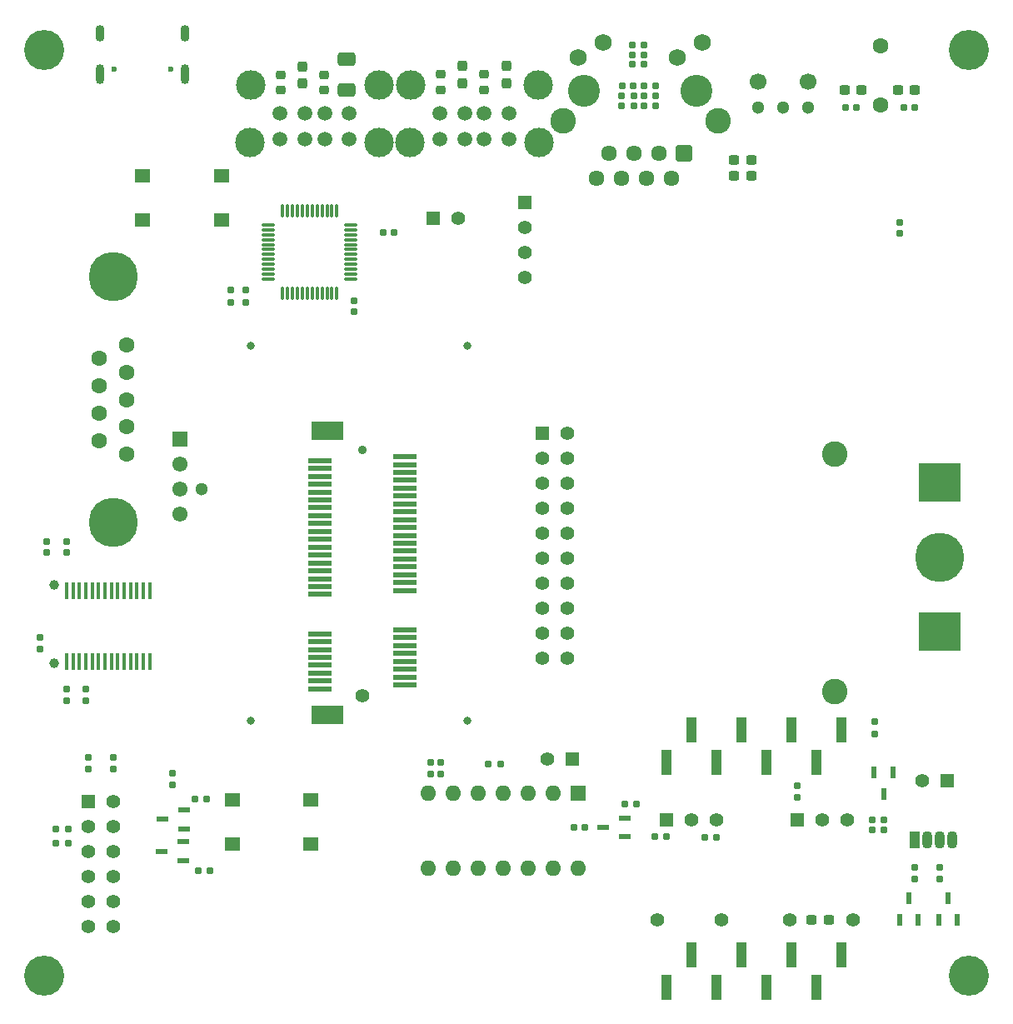
<source format=gbs>
G04 #@! TF.GenerationSoftware,KiCad,Pcbnew,8.0.2-1*
G04 #@! TF.CreationDate,2024-06-26T09:27:31-04:00*
G04 #@! TF.ProjectId,MiniCamel,4d696e69-4361-46d6-956c-2e6b69636164,2.1*
G04 #@! TF.SameCoordinates,PX16e3600PY6052340*
G04 #@! TF.FileFunction,Soldermask,Bot*
G04 #@! TF.FilePolarity,Negative*
%FSLAX46Y46*%
G04 Gerber Fmt 4.6, Leading zero omitted, Abs format (unit mm)*
G04 Created by KiCad (PCBNEW 8.0.2-1) date 2024-06-26 09:27:31*
%MOMM*%
%LPD*%
G01*
G04 APERTURE LIST*
G04 Aperture macros list*
%AMRoundRect*
0 Rectangle with rounded corners*
0 $1 Rounding radius*
0 $2 $3 $4 $5 $6 $7 $8 $9 X,Y pos of 4 corners*
0 Add a 4 corners polygon primitive as box body*
4,1,4,$2,$3,$4,$5,$6,$7,$8,$9,$2,$3,0*
0 Add four circle primitives for the rounded corners*
1,1,$1+$1,$2,$3*
1,1,$1+$1,$4,$5*
1,1,$1+$1,$6,$7*
1,1,$1+$1,$8,$9*
0 Add four rect primitives between the rounded corners*
20,1,$1+$1,$2,$3,$4,$5,0*
20,1,$1+$1,$4,$5,$6,$7,0*
20,1,$1+$1,$6,$7,$8,$9,0*
20,1,$1+$1,$8,$9,$2,$3,0*%
G04 Aperture macros list end*
%ADD10C,1.500000*%
%ADD11C,3.000000*%
%ADD12R,1.397000X1.397000*%
%ADD13C,1.397000*%
%ADD14C,4.064000*%
%ADD15C,3.250000*%
%ADD16RoundRect,0.102000X-0.704000X-0.704000X0.704000X-0.704000X0.704000X0.704000X-0.704000X0.704000X0*%
%ADD17C,1.612000*%
%ADD18C,1.734000*%
%ADD19C,2.604000*%
%ADD20C,1.600000*%
%ADD21C,5.000000*%
%ADD22R,1.070000X1.800000*%
%ADD23O,1.070000X1.800000*%
%ADD24C,0.600000*%
%ADD25O,0.900000X2.000000*%
%ADD26O,0.900000X1.700000*%
%ADD27C,1.300000*%
%ADD28C,1.700000*%
%ADD29R,1.600000X1.600000*%
%ADD30O,1.600000X1.600000*%
%ADD31R,1.530000X1.530000*%
%ADD32C,1.550000*%
%ADD33C,0.800000*%
%ADD34C,1.000000*%
%ADD35RoundRect,0.218750X-0.256250X0.218750X-0.256250X-0.218750X0.256250X-0.218750X0.256250X0.218750X0*%
%ADD36RoundRect,0.160000X-0.160000X0.197500X-0.160000X-0.197500X0.160000X-0.197500X0.160000X0.197500X0*%
%ADD37RoundRect,0.160000X0.197500X0.160000X-0.197500X0.160000X-0.197500X-0.160000X0.197500X-0.160000X0*%
%ADD38RoundRect,0.155000X-0.212500X-0.155000X0.212500X-0.155000X0.212500X0.155000X-0.212500X0.155000X0*%
%ADD39RoundRect,0.160000X0.160000X-0.197500X0.160000X0.197500X-0.160000X0.197500X-0.160000X-0.197500X0*%
%ADD40RoundRect,0.237500X0.300000X0.237500X-0.300000X0.237500X-0.300000X-0.237500X0.300000X-0.237500X0*%
%ADD41R,1.000000X2.510000*%
%ADD42RoundRect,0.155000X0.212500X0.155000X-0.212500X0.155000X-0.212500X-0.155000X0.212500X-0.155000X0*%
%ADD43RoundRect,0.155000X-0.155000X0.212500X-0.155000X-0.212500X0.155000X-0.212500X0.155000X0.212500X0*%
%ADD44R,1.600000X1.400000*%
%ADD45RoundRect,0.160000X-0.197500X-0.160000X0.197500X-0.160000X0.197500X0.160000X-0.197500X0.160000X0*%
%ADD46R,1.200000X0.600000*%
%ADD47RoundRect,0.155000X0.155000X-0.212500X0.155000X0.212500X-0.155000X0.212500X-0.155000X-0.212500X0*%
%ADD48R,0.450000X1.750000*%
%ADD49O,0.300000X1.400000*%
%ADD50O,1.400000X0.300000*%
%ADD51R,0.600000X1.200000*%
%ADD52RoundRect,0.237500X-0.300000X-0.237500X0.300000X-0.237500X0.300000X0.237500X-0.300000X0.237500X0*%
%ADD53RoundRect,0.237500X0.237500X-0.300000X0.237500X0.300000X-0.237500X0.300000X-0.237500X-0.300000X0*%
%ADD54RoundRect,0.250000X0.650000X-0.412500X0.650000X0.412500X-0.650000X0.412500X-0.650000X-0.412500X0*%
%ADD55C,1.400000*%
%ADD56C,2.600000*%
%ADD57C,0.900000*%
%ADD58R,2.400000X0.600000*%
%ADD59R,3.200000X1.900000*%
%ADD60R,4.200000X3.900000*%
G04 APERTURE END LIST*
D10*
X50220000Y64990000D03*
X47720000Y64990000D03*
X45720000Y64990000D03*
X43220000Y64990000D03*
X50220000Y67590000D03*
X47720000Y67590000D03*
X45720000Y67590000D03*
X43220000Y67590000D03*
D11*
X53270000Y64640000D03*
X53220000Y70440000D03*
X40220000Y70440000D03*
X40170000Y64640000D03*
D12*
X51875000Y58560000D03*
D13*
X51875000Y56020000D03*
X51875000Y53480000D03*
X51875000Y50940000D03*
D14*
X97000000Y-20000000D03*
D10*
X34000000Y65000000D03*
X31500000Y65000000D03*
X29500000Y65000000D03*
X27000000Y65000000D03*
X34000000Y67600000D03*
X31500000Y67600000D03*
X29500000Y67600000D03*
X27000000Y67600000D03*
D11*
X37050000Y64650000D03*
X37000000Y70450000D03*
X24000000Y70450000D03*
X23950000Y64650000D03*
D14*
X3000000Y-20000000D03*
D15*
X57890000Y69900000D03*
X69320000Y69900000D03*
D16*
X68050000Y63550000D03*
D17*
X66780000Y61010000D03*
X65510000Y63550000D03*
X64240000Y61010000D03*
X62970000Y63550000D03*
X61700000Y61010000D03*
X60430000Y63550000D03*
X59160000Y61010000D03*
D18*
X69930000Y74800000D03*
X67390000Y73280000D03*
X59820000Y74800000D03*
X57280000Y73280000D03*
D19*
X71480000Y66850000D03*
X55730000Y66850000D03*
D12*
X7480000Y-2350000D03*
D13*
X7480000Y-4890000D03*
X7480000Y-7430000D03*
X7480000Y-9970000D03*
X7480000Y-12510000D03*
X7480000Y-15050000D03*
X10020000Y-15050000D03*
X10020000Y-12510000D03*
X10020000Y-9970000D03*
X10020000Y-7430000D03*
X10020000Y-4890000D03*
X10020000Y-2350000D03*
D12*
X79500000Y-4250000D03*
D13*
X82040000Y-4250000D03*
X84580000Y-4250000D03*
X65348800Y-14375000D03*
X71851200Y-14375000D03*
D20*
X11420000Y44045000D03*
X11420000Y41275000D03*
X11420000Y38505000D03*
X11420000Y35735000D03*
X11420000Y32965000D03*
X8580000Y42660000D03*
X8580000Y39890000D03*
X8580000Y37120000D03*
X8580000Y34350000D03*
D21*
X10000000Y26010000D03*
X10000000Y51000000D03*
D22*
X91520000Y-6210000D03*
D23*
X92790000Y-6210000D03*
X94060000Y-6210000D03*
X95330000Y-6210000D03*
D12*
X53670000Y35110000D03*
D13*
X56210000Y35110000D03*
X53670000Y32570000D03*
X56210000Y32570000D03*
X53670000Y30030000D03*
X56210000Y30030000D03*
X53670000Y27490000D03*
X56210000Y27490000D03*
X53670000Y24950000D03*
X56210000Y24950000D03*
X53670000Y22410000D03*
X56210000Y22410000D03*
X53670000Y19870000D03*
X56210000Y19870000D03*
X53670000Y17330000D03*
X56210000Y17330000D03*
X53670000Y14790000D03*
X56210000Y14790000D03*
X53670000Y12250000D03*
X56210000Y12250000D03*
D12*
X94760000Y-250000D03*
D13*
X92220000Y-250000D03*
D14*
X3000000Y74000000D03*
D20*
X88010000Y74420000D03*
X88010000Y68420000D03*
D13*
X78748800Y-14375000D03*
X85251200Y-14375000D03*
D24*
X15890000Y72070000D03*
X10110000Y72070000D03*
D25*
X17325000Y71570000D03*
D26*
X17325000Y75750000D03*
D25*
X8675000Y71570000D03*
D26*
X8675000Y75750000D03*
D12*
X56650000Y1990000D03*
D13*
X54110000Y1990000D03*
D14*
X97000000Y74000000D03*
D27*
X80640000Y68170000D03*
X78100000Y68170000D03*
X75560000Y68170000D03*
D28*
X80640000Y70790000D03*
X75560000Y70790000D03*
D29*
X57260000Y-1530000D03*
D30*
X54720000Y-1530000D03*
X52180000Y-1530000D03*
X49640000Y-1530000D03*
X47100000Y-1530000D03*
X44560000Y-1530000D03*
X42020000Y-1530000D03*
X42020000Y-9150000D03*
X44560000Y-9150000D03*
X47100000Y-9150000D03*
X49640000Y-9150000D03*
X52180000Y-9150000D03*
X54720000Y-9150000D03*
X57260000Y-9150000D03*
D27*
X19000000Y29380000D03*
D31*
X16840000Y34460000D03*
D32*
X16840000Y31920000D03*
X16840000Y29380000D03*
X16840000Y26840000D03*
D33*
X24000000Y44000000D03*
X24000000Y5900000D03*
X46000000Y44000000D03*
X46000000Y5900000D03*
D12*
X66250000Y-4250000D03*
D13*
X68790000Y-4250000D03*
X71330000Y-4250000D03*
D34*
X4000000Y19690000D03*
X4000000Y11690000D03*
D35*
X31425000Y71525000D03*
X31425000Y69950000D03*
D36*
X10040000Y2117500D03*
X10040000Y922500D03*
D37*
X88337500Y-4210000D03*
X87142500Y-4210000D03*
D38*
X62810000Y72570000D03*
X63945000Y72570000D03*
D39*
X94060000Y-10217500D03*
X94060000Y-9022500D03*
D35*
X47700000Y71575000D03*
X47700000Y70000000D03*
D40*
X91475000Y69925000D03*
X89750000Y69925000D03*
D41*
X66290000Y1625000D03*
X68830000Y4935000D03*
X71370000Y1625000D03*
X73910000Y4935000D03*
X76450000Y1625000D03*
X78990000Y4935000D03*
X81530000Y1625000D03*
X84070000Y4935000D03*
X84040000Y-17910000D03*
X81500000Y-21220000D03*
X78960000Y-17910000D03*
X76420000Y-21220000D03*
X73880000Y-17910000D03*
X71340000Y-21220000D03*
X68800000Y-17910000D03*
X66260000Y-21220000D03*
D42*
X62882500Y70340000D03*
X61747500Y70340000D03*
D43*
X16050000Y510000D03*
X16050000Y-625000D03*
D37*
X19885000Y-9350000D03*
X18690000Y-9350000D03*
D44*
X21000000Y56750000D03*
X13000000Y56750000D03*
X21000000Y61250000D03*
X13000000Y61250000D03*
D40*
X74850000Y62825000D03*
X73125000Y62825000D03*
D42*
X38567500Y55500000D03*
X37432500Y55500000D03*
D36*
X42260000Y1627500D03*
X42260000Y432500D03*
D43*
X7250000Y9067500D03*
X7250000Y7932500D03*
D45*
X63972500Y69350000D03*
X65167500Y69350000D03*
D39*
X43300000Y420000D03*
X43300000Y1615000D03*
D36*
X7500000Y2157500D03*
X7500000Y962500D03*
D42*
X88307500Y-5240000D03*
X87172500Y-5240000D03*
D46*
X62040000Y-4030000D03*
X62040000Y-5930000D03*
X59840000Y-4980000D03*
D37*
X19545000Y-2100000D03*
X18350000Y-2100000D03*
X49367500Y1500000D03*
X48172500Y1500000D03*
D44*
X30100000Y-6650000D03*
X22100000Y-6650000D03*
X30100000Y-2150000D03*
X22100000Y-2150000D03*
D47*
X2575000Y13157500D03*
X2575000Y14292500D03*
D36*
X22000000Y49597500D03*
X22000000Y48402500D03*
D47*
X89950000Y55382500D03*
X89950000Y56517500D03*
D37*
X62912500Y68350000D03*
X61717500Y68350000D03*
D35*
X27025000Y71512500D03*
X27025000Y69937500D03*
D48*
X5275000Y19100000D03*
X5925000Y19100000D03*
X6575000Y19100000D03*
X7225000Y19100000D03*
X7875000Y19100000D03*
X8525000Y19100000D03*
X9175000Y19100000D03*
X9825000Y19100000D03*
X10475000Y19100000D03*
X11125000Y19100000D03*
X11775000Y19100000D03*
X12425000Y19100000D03*
X13075000Y19100000D03*
X13725000Y19100000D03*
X13725000Y11900000D03*
X13075000Y11900000D03*
X12425000Y11900000D03*
X11775000Y11900000D03*
X11125000Y11900000D03*
X10475000Y11900000D03*
X9825000Y11900000D03*
X9175000Y11900000D03*
X8525000Y11900000D03*
X7875000Y11900000D03*
X7225000Y11900000D03*
X6575000Y11900000D03*
X5925000Y11900000D03*
X5275000Y11900000D03*
D49*
X32750000Y49300000D03*
X32250000Y49300000D03*
X31750000Y49300000D03*
X31250000Y49300000D03*
X30750000Y49300000D03*
X30250000Y49300000D03*
X29750000Y49300000D03*
X29250000Y49300000D03*
X28750000Y49300000D03*
X28250000Y49300000D03*
X27750000Y49300000D03*
X27250000Y49300000D03*
D50*
X25800000Y50750000D03*
X25800000Y51250000D03*
X25800000Y51750000D03*
X25800000Y52250000D03*
X25800000Y52750000D03*
X25800000Y53250000D03*
X25800000Y53750000D03*
X25800000Y54250000D03*
X25800000Y54750000D03*
X25800000Y55250000D03*
X25800000Y55750000D03*
X25800000Y56250000D03*
D49*
X27250000Y57700000D03*
X27750000Y57700000D03*
X28250000Y57700000D03*
X28750000Y57700000D03*
X29250000Y57700000D03*
X29750000Y57700000D03*
X30250000Y57700000D03*
X30750000Y57700000D03*
X31250000Y57700000D03*
X31750000Y57700000D03*
X32250000Y57700000D03*
X32750000Y57700000D03*
D50*
X34200000Y56250000D03*
X34200000Y55750000D03*
X34200000Y55250000D03*
X34200000Y54750000D03*
X34200000Y54250000D03*
X34200000Y53750000D03*
X34200000Y53250000D03*
X34200000Y52750000D03*
X34200000Y52250000D03*
X34200000Y51750000D03*
X34200000Y51250000D03*
X34200000Y50750000D03*
D37*
X5422500Y-6600000D03*
X4227500Y-6600000D03*
X5425000Y-5125000D03*
X4230000Y-5125000D03*
D45*
X65052500Y-5920000D03*
X66247500Y-5920000D03*
D38*
X84432500Y68160000D03*
X85567500Y68160000D03*
X64002500Y70340000D03*
X65137500Y70340000D03*
D51*
X87370000Y620000D03*
X89270000Y620000D03*
X88320000Y-1580000D03*
D47*
X34500000Y47432500D03*
X34500000Y48567500D03*
D52*
X84375000Y69940000D03*
X86100000Y69940000D03*
D42*
X57947500Y-4980000D03*
X56812500Y-4980000D03*
D53*
X49969994Y70665999D03*
X49969994Y72390999D03*
D47*
X3250000Y22932505D03*
X3250000Y24067505D03*
D53*
X29250000Y70637500D03*
X29250000Y72362500D03*
D46*
X17180000Y-6440000D03*
X17180000Y-8340000D03*
X14980000Y-7390000D03*
D53*
X45469994Y70665999D03*
X45469994Y72390999D03*
D37*
X63975000Y74550000D03*
X62780000Y74550000D03*
X63230000Y-2630000D03*
X62035000Y-2630000D03*
D43*
X5250000Y24067500D03*
X5250000Y22932500D03*
D42*
X91482500Y68210000D03*
X90347500Y68210000D03*
D40*
X74862500Y61250000D03*
X73137500Y61250000D03*
D35*
X43275000Y71550000D03*
X43275000Y69975000D03*
D36*
X87375000Y5745000D03*
X87375000Y4550000D03*
D54*
X33750000Y69937500D03*
X33750000Y73062500D03*
D52*
X81012500Y-14350000D03*
X82737500Y-14350000D03*
D51*
X91830000Y-14360000D03*
X89930000Y-14360000D03*
X90880000Y-12160000D03*
D36*
X79510000Y-732500D03*
X79510000Y-1927500D03*
D51*
X95830000Y-14380000D03*
X93930000Y-14380000D03*
X94880000Y-12180000D03*
D55*
X35330500Y8400000D03*
D56*
X83380500Y8800000D03*
X83380500Y33000000D03*
D57*
X35330500Y33400000D03*
D58*
X31030500Y9100000D03*
X39630500Y9500000D03*
X31030500Y9900000D03*
X39630500Y10300000D03*
X31030500Y10700000D03*
X39630500Y11100000D03*
X31030500Y11500000D03*
X39630500Y11900000D03*
X31030500Y12300000D03*
X39630500Y12700000D03*
X31030500Y13100000D03*
X39630500Y13500000D03*
X31030500Y13900000D03*
X39630500Y14300000D03*
X31030500Y14700000D03*
X39630500Y15100000D03*
X31030500Y18700000D03*
X39630500Y19100000D03*
X31030500Y19500000D03*
X39630500Y19900000D03*
X31030500Y20300000D03*
X39630500Y20700000D03*
X31030500Y21100000D03*
X39630500Y21500000D03*
X31030500Y21900000D03*
X39630500Y22300000D03*
X31030500Y22700000D03*
X39630500Y23100000D03*
X31030500Y23500000D03*
X39630500Y23900000D03*
X31030500Y24300000D03*
X39630500Y24700000D03*
X31030500Y25100000D03*
X39630500Y25500000D03*
X31030500Y25900000D03*
X39630500Y26300000D03*
X31030500Y26700000D03*
X39630500Y27100000D03*
X31030500Y27500000D03*
X39630500Y27900000D03*
X31030500Y28300000D03*
X39630500Y28700000D03*
X31030500Y29100000D03*
X39630500Y29500000D03*
X31030500Y29900000D03*
X39630500Y30300000D03*
X31030500Y30700000D03*
X39630500Y31100000D03*
X31030500Y31500000D03*
X39630500Y31900000D03*
X31030500Y32300000D03*
X39630500Y32700000D03*
D59*
X31830500Y6450000D03*
X31830500Y35350000D03*
D12*
X42580000Y56925000D03*
D13*
X45120000Y56925000D03*
D36*
X23500000Y49597500D03*
X23500000Y48402500D03*
D46*
X17190000Y-3200000D03*
X17190000Y-5100000D03*
X14990000Y-4150000D03*
D60*
X94000000Y14950000D03*
X94000000Y30050000D03*
D21*
X94000000Y22500000D03*
D45*
X70142500Y-5950000D03*
X71337500Y-5950000D03*
X63972500Y68350000D03*
X65167500Y68350000D03*
X62780000Y73550000D03*
X63975000Y73550000D03*
D43*
X5250000Y9067500D03*
X5250000Y7932500D03*
D37*
X62910000Y69350000D03*
X61715000Y69350000D03*
D39*
X91520000Y-10217500D03*
X91520000Y-9022500D03*
M02*

</source>
